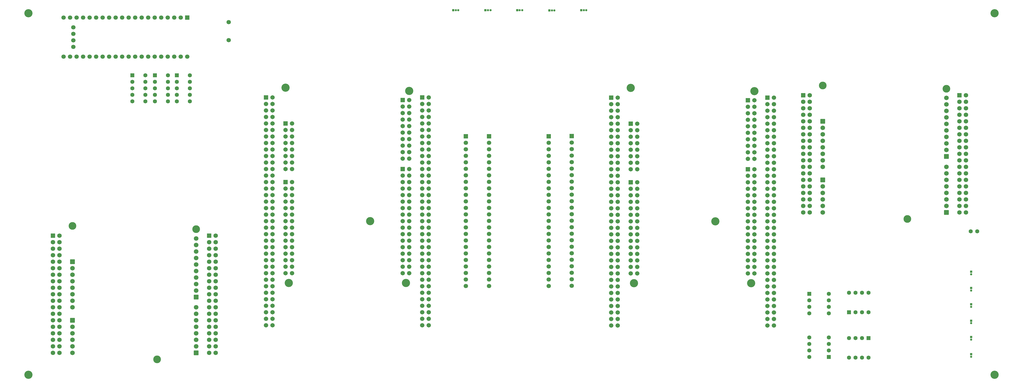
<source format=gbr>
%TF.GenerationSoftware,KiCad,Pcbnew,9.0.2+dfsg-1*%
%TF.CreationDate,2025-06-27T18:37:09-07:00*%
%TF.ProjectId,signalmesh,7369676e-616c-46d6-9573-682e6b696361,rev?*%
%TF.SameCoordinates,Original*%
%TF.FileFunction,Soldermask,Bot*%
%TF.FilePolarity,Negative*%
%FSLAX46Y46*%
G04 Gerber Fmt 4.6, Leading zero omitted, Abs format (unit mm)*
G04 Created by KiCad (PCBNEW 9.0.2+dfsg-1) date 2025-06-27 18:37:09*
%MOMM*%
%LPD*%
G01*
G04 APERTURE LIST*
G04 Aperture macros list*
%AMRoundRect*
0 Rectangle with rounded corners*
0 $1 Rounding radius*
0 $2 $3 $4 $5 $6 $7 $8 $9 X,Y pos of 4 corners*
0 Add a 4 corners polygon primitive as box body*
4,1,4,$2,$3,$4,$5,$6,$7,$8,$9,$2,$3,0*
0 Add four circle primitives for the rounded corners*
1,1,$1+$1,$2,$3*
1,1,$1+$1,$4,$5*
1,1,$1+$1,$6,$7*
1,1,$1+$1,$8,$9*
0 Add four rect primitives between the rounded corners*
20,1,$1+$1,$2,$3,$4,$5,0*
20,1,$1+$1,$4,$5,$6,$7,0*
20,1,$1+$1,$6,$7,$8,$9,0*
20,1,$1+$1,$8,$9,$2,$3,0*%
G04 Aperture macros list end*
%ADD10C,0.850000*%
%ADD11R,0.850000X0.850000*%
%ADD12C,1.600000*%
%ADD13RoundRect,0.250000X0.550000X-0.550000X0.550000X0.550000X-0.550000X0.550000X-0.550000X-0.550000X0*%
%ADD14C,3.200000*%
%ADD15C,1.700000*%
%ADD16C,1.712000*%
%ADD17RoundRect,0.102000X-0.754000X-0.754000X0.754000X-0.754000X0.754000X0.754000X-0.754000X0.754000X0*%
%ADD18RoundRect,0.250000X-0.550000X0.550000X-0.550000X-0.550000X0.550000X-0.550000X0.550000X0.550000X0*%
%ADD19C,1.734000*%
%ADD20RoundRect,0.102000X-0.765000X-0.765000X0.765000X-0.765000X0.765000X0.765000X-0.765000X0.765000X0*%
%ADD21C,1.809000*%
%ADD22RoundRect,0.102000X-0.802500X-0.802500X0.802500X-0.802500X0.802500X0.802500X-0.802500X0.802500X0*%
%ADD23C,3.000000*%
%ADD24R,1.700000X1.700000*%
%ADD25RoundRect,0.250000X-0.550000X-0.550000X0.550000X-0.550000X0.550000X0.550000X-0.550000X0.550000X0*%
%ADD26R,1.600000X1.600000*%
%ADD27RoundRect,0.250000X0.550000X0.550000X-0.550000X0.550000X-0.550000X-0.550000X0.550000X-0.550000X0*%
G04 APERTURE END LIST*
D10*
%TO.C,J7*%
X556825000Y-169555000D03*
D11*
X556825000Y-168555000D03*
%TD*%
D12*
%TO.C,U30*%
X509180000Y-164000000D03*
X511720000Y-164000000D03*
X514260000Y-164000000D03*
X516800000Y-164000000D03*
X516800000Y-171620000D03*
X514260000Y-171620000D03*
X511720000Y-171620000D03*
D13*
X509180000Y-171620000D03*
%TD*%
D10*
%TO.C,J5*%
X556825000Y-156805000D03*
D11*
X556825000Y-155805000D03*
%TD*%
D14*
%TO.C,H1*%
X189000000Y-196000000D03*
%TD*%
D15*
%TO.C,J19*%
X267100000Y-65500000D03*
X267100000Y-58500000D03*
%TD*%
D16*
%TO.C,U17*%
X479880000Y-176800000D03*
X477340000Y-176800000D03*
X479880000Y-174260000D03*
X477340000Y-174260000D03*
X479880000Y-171720000D03*
X477340000Y-171720000D03*
X479880000Y-169180000D03*
X477340000Y-169180000D03*
X479880000Y-166640000D03*
X477340000Y-166640000D03*
X479880000Y-164100000D03*
X477340000Y-164100000D03*
X479880000Y-161560000D03*
X477340000Y-161560000D03*
X479880000Y-159020000D03*
X477340000Y-159020000D03*
X479880000Y-156480000D03*
X477340000Y-156480000D03*
X479880000Y-153940000D03*
X477340000Y-153940000D03*
X479880000Y-151400000D03*
X477340000Y-151400000D03*
X479880000Y-148860000D03*
X477340000Y-148860000D03*
X479880000Y-146320000D03*
X477340000Y-146320000D03*
X479880000Y-143780000D03*
X477340000Y-143780000D03*
X479880000Y-141240000D03*
X477340000Y-141240000D03*
X479880000Y-138700000D03*
X477340000Y-138700000D03*
X479880000Y-136160000D03*
X477340000Y-136160000D03*
X479880000Y-133620000D03*
X477340000Y-133620000D03*
X479880000Y-131080000D03*
X477340000Y-131080000D03*
X479880000Y-128540000D03*
X477340000Y-128540000D03*
X479880000Y-126000000D03*
X477340000Y-126000000D03*
X479880000Y-123460000D03*
X477340000Y-123460000D03*
X479880000Y-120920000D03*
X477340000Y-120920000D03*
X479880000Y-118380000D03*
X477340000Y-118380000D03*
X479880000Y-115840000D03*
X477340000Y-115840000D03*
X479880000Y-113300000D03*
X477340000Y-113300000D03*
X479880000Y-110760000D03*
X477340000Y-110760000D03*
X479880000Y-108220000D03*
X477340000Y-108220000D03*
X479880000Y-105680000D03*
X477340000Y-105680000D03*
X479880000Y-103140000D03*
X477340000Y-103140000D03*
X479880000Y-100600000D03*
X477340000Y-100600000D03*
X479880000Y-98060000D03*
X477340000Y-98060000D03*
X479880000Y-95520000D03*
X477340000Y-95520000D03*
X479880000Y-92980000D03*
X477340000Y-92980000D03*
X479880000Y-90440000D03*
X477340000Y-90440000D03*
X479880000Y-87900000D03*
D17*
X477340000Y-87900000D03*
D16*
X418920000Y-176780000D03*
X416380000Y-176780000D03*
X418920000Y-174240000D03*
X416380000Y-174240000D03*
X418920000Y-171700000D03*
X416380000Y-171700000D03*
X418920000Y-169160000D03*
X416380000Y-169160000D03*
X418920000Y-166620000D03*
X416380000Y-166620000D03*
X418920000Y-164080000D03*
X416380000Y-164080000D03*
X418920000Y-161540000D03*
X416380000Y-161540000D03*
X418920000Y-159000000D03*
X416380000Y-159000000D03*
X418920000Y-156460000D03*
X416380000Y-156460000D03*
X418920000Y-153920000D03*
X416380000Y-153920000D03*
X418920000Y-151380000D03*
X416380000Y-151380000D03*
X418920000Y-148840000D03*
X416380000Y-148840000D03*
X418920000Y-146300000D03*
X416380000Y-146300000D03*
X418920000Y-143760000D03*
X416380000Y-143760000D03*
X418920000Y-141220000D03*
X416380000Y-141220000D03*
X418920000Y-138680000D03*
X416380000Y-138680000D03*
X418920000Y-136140000D03*
X416380000Y-136140000D03*
X418920000Y-133600000D03*
X416380000Y-133600000D03*
X418920000Y-131060000D03*
X416380000Y-131060000D03*
X418920000Y-128520000D03*
X416380000Y-128520000D03*
X418920000Y-125980000D03*
X416380000Y-125980000D03*
X418920000Y-123440000D03*
X416380000Y-123440000D03*
X418920000Y-120900000D03*
X416380000Y-120900000D03*
X418920000Y-118360000D03*
X416380000Y-118360000D03*
X418920000Y-115820000D03*
X416380000Y-115820000D03*
X418920000Y-113280000D03*
X416380000Y-113280000D03*
X418920000Y-110740000D03*
X416380000Y-110740000D03*
X418920000Y-108200000D03*
X416380000Y-108200000D03*
X418920000Y-105660000D03*
X416380000Y-105660000D03*
X418920000Y-103120000D03*
X416380000Y-103120000D03*
X418920000Y-100580000D03*
X416380000Y-100580000D03*
X418920000Y-98040000D03*
X416380000Y-98040000D03*
X418920000Y-95500000D03*
X416380000Y-95500000D03*
X418920000Y-92960000D03*
X416380000Y-92960000D03*
X418920000Y-90420000D03*
X416380000Y-90420000D03*
X418920000Y-87880000D03*
D17*
X416380000Y-87880000D03*
D16*
X472260000Y-156460000D03*
X469720000Y-156460000D03*
X472260000Y-153920000D03*
X469720000Y-153920000D03*
X472260000Y-151380000D03*
X469720000Y-151380000D03*
X472260000Y-148840000D03*
X469720000Y-148840000D03*
X472260000Y-146300000D03*
X469720000Y-146300000D03*
X472260000Y-143760000D03*
X469720000Y-143760000D03*
X472260000Y-141220000D03*
X469720000Y-141220000D03*
X472260000Y-138680000D03*
X469720000Y-138680000D03*
X472260000Y-136140000D03*
X469720000Y-136140000D03*
X472260000Y-133600000D03*
X469720000Y-133600000D03*
X472260000Y-131060000D03*
X469720000Y-131060000D03*
X472260000Y-128520000D03*
X469720000Y-128520000D03*
X472260000Y-125980000D03*
X469720000Y-125980000D03*
X472260000Y-123440000D03*
X469720000Y-123440000D03*
X472260000Y-120900000D03*
X469720000Y-120900000D03*
X472260000Y-118360000D03*
X469720000Y-118360000D03*
X472260000Y-115820000D03*
D17*
X469720000Y-115820000D03*
D16*
X426540000Y-156460000D03*
X424000000Y-156460000D03*
X426540000Y-153920000D03*
X424000000Y-153920000D03*
X426540000Y-151380000D03*
X424000000Y-151380000D03*
X426540000Y-148840000D03*
X424000000Y-148840000D03*
X426540000Y-146300000D03*
X424000000Y-146300000D03*
X426540000Y-143760000D03*
X424000000Y-143760000D03*
X426540000Y-141220000D03*
X424000000Y-141220000D03*
X426540000Y-138680000D03*
X424000000Y-138680000D03*
X426540000Y-136140000D03*
X424000000Y-136140000D03*
X426540000Y-133600000D03*
X424000000Y-133600000D03*
X426540000Y-131060000D03*
X424000000Y-131060000D03*
X426540000Y-128520000D03*
X424000000Y-128520000D03*
X426540000Y-125980000D03*
X424000000Y-125980000D03*
X426540000Y-123440000D03*
X424000000Y-123440000D03*
X426540000Y-120900000D03*
D17*
X424000000Y-120900000D03*
D16*
X426540000Y-115820000D03*
X424000000Y-115820000D03*
X426540000Y-113280000D03*
X424000000Y-113280000D03*
X426540000Y-110740000D03*
X424000000Y-110740000D03*
X426540000Y-108200000D03*
X424000000Y-108200000D03*
X426540000Y-105660000D03*
X424000000Y-105660000D03*
X426540000Y-103120000D03*
X424000000Y-103120000D03*
X426540000Y-100580000D03*
X424000000Y-100580000D03*
X426540000Y-98040000D03*
D17*
X424000000Y-98040000D03*
D16*
X472260000Y-111756000D03*
X469720000Y-111756000D03*
X472260000Y-109216000D03*
X469720000Y-109216000D03*
X472260000Y-106676000D03*
X469720000Y-106676000D03*
X472260000Y-104136000D03*
X469720000Y-104136000D03*
X472260000Y-101596000D03*
X469720000Y-101596000D03*
X472260000Y-99056000D03*
X469720000Y-99056000D03*
X472260000Y-96516000D03*
X469720000Y-96516000D03*
X472260000Y-93976000D03*
X469720000Y-93976000D03*
X472260000Y-91436000D03*
X469720000Y-91436000D03*
X472260000Y-88896000D03*
D17*
X469720000Y-88896000D03*
D14*
X472260000Y-85340000D03*
X470990000Y-160270000D03*
X457020000Y-136140000D03*
X425270000Y-160270000D03*
X424000000Y-84070000D03*
%TD*%
D12*
%TO.C,U31*%
X516800000Y-189320000D03*
X514260000Y-189320000D03*
X511720000Y-189320000D03*
X509180000Y-189320000D03*
X509180000Y-181700000D03*
X511720000Y-181700000D03*
X514260000Y-181700000D03*
D18*
X516800000Y-181700000D03*
%TD*%
D10*
%TO.C,J13*%
X356750000Y-53800000D03*
X355750000Y-53800000D03*
D11*
X354750000Y-53800000D03*
%TD*%
D19*
%TO.C,U3*%
X262080000Y-187530000D03*
X259540000Y-187530000D03*
X262080000Y-184990000D03*
X259540000Y-184990000D03*
X262080000Y-182450000D03*
X259540000Y-182450000D03*
X262080000Y-179910000D03*
X259540000Y-179910000D03*
X262080000Y-177370000D03*
X259540000Y-177370000D03*
X262080000Y-174830000D03*
X259540000Y-174830000D03*
X262080000Y-172290000D03*
X259540000Y-172290000D03*
X262080000Y-169750000D03*
X259540000Y-169750000D03*
X262080000Y-167210000D03*
X259540000Y-167210000D03*
X262080000Y-164670000D03*
X259540000Y-164670000D03*
X262080000Y-162130000D03*
X259540000Y-162130000D03*
X262080000Y-159590000D03*
X259540000Y-159590000D03*
X262080000Y-157050000D03*
X259540000Y-157050000D03*
X262080000Y-154510000D03*
X259540000Y-154510000D03*
X262080000Y-151970000D03*
X259540000Y-151970000D03*
X262080000Y-149430000D03*
X259540000Y-149430000D03*
X262080000Y-146890000D03*
X259540000Y-146890000D03*
X262080000Y-144350000D03*
X259540000Y-144350000D03*
X262080000Y-141810000D03*
D20*
X259540000Y-141810000D03*
D21*
X254460000Y-169750000D03*
X254460000Y-172290000D03*
X254460000Y-174830000D03*
X254460000Y-177370000D03*
X254460000Y-179910000D03*
X254460000Y-182450000D03*
X254460000Y-184990000D03*
D22*
X254460000Y-187530000D03*
D21*
X206200000Y-187530000D03*
X206200000Y-184990000D03*
X206200000Y-182450000D03*
X206200000Y-179910000D03*
X206200000Y-177370000D03*
D22*
X206200000Y-174830000D03*
D19*
X201120000Y-187530000D03*
X198580000Y-187530000D03*
X201120000Y-184990000D03*
X198580000Y-184990000D03*
X201120000Y-182450000D03*
X198580000Y-182450000D03*
X201120000Y-179910000D03*
X198580000Y-179910000D03*
X201120000Y-177370000D03*
X198580000Y-177370000D03*
X201120000Y-174830000D03*
X198580000Y-174830000D03*
X201120000Y-172290000D03*
X198580000Y-172290000D03*
X201120000Y-169750000D03*
X198580000Y-169750000D03*
X201120000Y-167210000D03*
X198580000Y-167210000D03*
X201120000Y-164670000D03*
X198580000Y-164670000D03*
X201120000Y-162130000D03*
X198580000Y-162130000D03*
X201120000Y-159590000D03*
X198580000Y-159590000D03*
X201120000Y-157050000D03*
X198580000Y-157050000D03*
X201120000Y-154510000D03*
X198580000Y-154510000D03*
X201120000Y-151970000D03*
X198580000Y-151970000D03*
X201120000Y-149430000D03*
X198580000Y-149430000D03*
X201120000Y-146890000D03*
X198580000Y-146890000D03*
X201120000Y-144350000D03*
X198580000Y-144350000D03*
X201120000Y-141810000D03*
D20*
X198580000Y-141810000D03*
D21*
X206200000Y-169750000D03*
X206200000Y-167210000D03*
X206200000Y-164670000D03*
X206200000Y-162130000D03*
X206200000Y-159590000D03*
X206200000Y-157050000D03*
X206200000Y-154510000D03*
D22*
X206200000Y-151970000D03*
D21*
X254460000Y-142830000D03*
X254460000Y-145370000D03*
X254460000Y-147910000D03*
X254460000Y-150450000D03*
X254460000Y-152990000D03*
X254460000Y-155530000D03*
X254460000Y-158070000D03*
X254460000Y-160610000D03*
X254460000Y-163150000D03*
D22*
X254460000Y-165690000D03*
D23*
X254460000Y-139270000D03*
X239220000Y-190070000D03*
X206200000Y-138000000D03*
%TD*%
D10*
%TO.C,J12*%
X381700000Y-53800000D03*
X380700000Y-53800000D03*
D11*
X379700000Y-53800000D03*
%TD*%
D15*
%TO.C,U4*%
X206551000Y-60472000D03*
X206551000Y-63012000D03*
X206551000Y-65552000D03*
X206551000Y-68092000D03*
X251000000Y-71900000D03*
X248460000Y-71900000D03*
X245920000Y-71900000D03*
X243380000Y-71900000D03*
X240840000Y-71900000D03*
X238300000Y-71900000D03*
X235760000Y-71900000D03*
X233220000Y-71900000D03*
X230680000Y-71900000D03*
X228140000Y-71900000D03*
X225600000Y-71900000D03*
X223060000Y-71900000D03*
X220520000Y-71900000D03*
X217980000Y-71900000D03*
X215440000Y-71900000D03*
X212900000Y-71900000D03*
X210360000Y-71900000D03*
X207820000Y-71900000D03*
X205280000Y-71900000D03*
X202740000Y-71900000D03*
X202740000Y-56660000D03*
X205280000Y-56660000D03*
X207820000Y-56660000D03*
X210360000Y-56660000D03*
X212900000Y-56660000D03*
X215440000Y-56660000D03*
X217980000Y-56660000D03*
X220520000Y-56660000D03*
X223060000Y-56660000D03*
X225600000Y-56660000D03*
X228140000Y-56660000D03*
X230680000Y-56660000D03*
X233220000Y-56660000D03*
X235760000Y-56660000D03*
X238300000Y-56660000D03*
X240840000Y-56660000D03*
X243380000Y-56660000D03*
X245920000Y-56660000D03*
X248460000Y-56660000D03*
D24*
X251000000Y-56660000D03*
%TD*%
D10*
%TO.C,J10*%
X556825000Y-175930000D03*
D11*
X556825000Y-174930000D03*
%TD*%
D14*
%TO.C,H6*%
X566000000Y-196000000D03*
%TD*%
D10*
%TO.C,J6*%
X556825000Y-163180000D03*
D11*
X556825000Y-162180000D03*
%TD*%
D10*
%TO.C,J16*%
X394250000Y-53875000D03*
X393250000Y-53875000D03*
D11*
X392250000Y-53875000D03*
%TD*%
D10*
%TO.C,J11*%
X556825000Y-182305000D03*
D11*
X556825000Y-181305000D03*
%TD*%
D10*
%TO.C,J14*%
X369300000Y-53800000D03*
X368300000Y-53800000D03*
D11*
X367300000Y-53800000D03*
%TD*%
D19*
%TO.C,U9*%
X554860000Y-132720000D03*
X552320000Y-132720000D03*
X554860000Y-130180000D03*
X552320000Y-130180000D03*
X554860000Y-127640000D03*
X552320000Y-127640000D03*
X554860000Y-125100000D03*
X552320000Y-125100000D03*
X554860000Y-122560000D03*
X552320000Y-122560000D03*
X554860000Y-120020000D03*
X552320000Y-120020000D03*
X554860000Y-117480000D03*
X552320000Y-117480000D03*
X554860000Y-114940000D03*
X552320000Y-114940000D03*
X554860000Y-112400000D03*
X552320000Y-112400000D03*
X554860000Y-109860000D03*
X552320000Y-109860000D03*
X554860000Y-107320000D03*
X552320000Y-107320000D03*
X554860000Y-104780000D03*
X552320000Y-104780000D03*
X554860000Y-102240000D03*
X552320000Y-102240000D03*
X554860000Y-99700000D03*
X552320000Y-99700000D03*
X554860000Y-97160000D03*
X552320000Y-97160000D03*
X554860000Y-94620000D03*
X552320000Y-94620000D03*
X554860000Y-92080000D03*
X552320000Y-92080000D03*
X554860000Y-89540000D03*
X552320000Y-89540000D03*
X554860000Y-87000000D03*
D20*
X552320000Y-87000000D03*
D21*
X547240000Y-114940000D03*
X547240000Y-117480000D03*
X547240000Y-120020000D03*
X547240000Y-122560000D03*
X547240000Y-125100000D03*
X547240000Y-127640000D03*
X547240000Y-130180000D03*
D22*
X547240000Y-132720000D03*
D21*
X498980000Y-132720000D03*
X498980000Y-130180000D03*
X498980000Y-127640000D03*
X498980000Y-125100000D03*
X498980000Y-122560000D03*
D22*
X498980000Y-120020000D03*
D19*
X493900000Y-132720000D03*
X491360000Y-132720000D03*
X493900000Y-130180000D03*
X491360000Y-130180000D03*
X493900000Y-127640000D03*
X491360000Y-127640000D03*
X493900000Y-125100000D03*
X491360000Y-125100000D03*
X493900000Y-122560000D03*
X491360000Y-122560000D03*
X493900000Y-120020000D03*
X491360000Y-120020000D03*
X493900000Y-117480000D03*
X491360000Y-117480000D03*
X493900000Y-114940000D03*
X491360000Y-114940000D03*
X493900000Y-112400000D03*
X491360000Y-112400000D03*
X493900000Y-109860000D03*
X491360000Y-109860000D03*
X493900000Y-107320000D03*
X491360000Y-107320000D03*
X493900000Y-104780000D03*
X491360000Y-104780000D03*
X493900000Y-102240000D03*
X491360000Y-102240000D03*
X493900000Y-99700000D03*
X491360000Y-99700000D03*
X493900000Y-97160000D03*
X491360000Y-97160000D03*
X493900000Y-94620000D03*
X491360000Y-94620000D03*
X493900000Y-92080000D03*
X491360000Y-92080000D03*
X493900000Y-89540000D03*
X491360000Y-89540000D03*
X493900000Y-87000000D03*
D20*
X491360000Y-87000000D03*
D21*
X498980000Y-114940000D03*
X498980000Y-112400000D03*
X498980000Y-109860000D03*
X498980000Y-107320000D03*
X498980000Y-104780000D03*
X498980000Y-102240000D03*
X498980000Y-99700000D03*
D22*
X498980000Y-97160000D03*
D21*
X547240000Y-88020000D03*
X547240000Y-90560000D03*
X547240000Y-93100000D03*
X547240000Y-95640000D03*
X547240000Y-98180000D03*
X547240000Y-100720000D03*
X547240000Y-103260000D03*
X547240000Y-105800000D03*
X547240000Y-108340000D03*
D22*
X547240000Y-110880000D03*
D23*
X547240000Y-84460000D03*
X532000000Y-135260000D03*
X498980000Y-83190000D03*
%TD*%
D15*
%TO.C,J2*%
X392010000Y-161400000D03*
X392010000Y-158860000D03*
X392010000Y-156320000D03*
X392010000Y-153780000D03*
X392010000Y-151240000D03*
X392010000Y-148700000D03*
X392010000Y-146160000D03*
X392010000Y-143620000D03*
X392010000Y-141080000D03*
X392010000Y-138540000D03*
X392010000Y-136000000D03*
X392010000Y-133460000D03*
X392010000Y-130920000D03*
X392010000Y-128380000D03*
X392010000Y-125840000D03*
X392010000Y-123300000D03*
X392010000Y-120760000D03*
X392010000Y-118220000D03*
X392010000Y-115680000D03*
X392010000Y-113140000D03*
X392010000Y-110600000D03*
X392010000Y-108060000D03*
X392010000Y-105520000D03*
D24*
X392010000Y-102980000D03*
%TD*%
D12*
%TO.C,U29*%
X501310000Y-164420000D03*
X501310000Y-166960000D03*
X501310000Y-169500000D03*
X501310000Y-172040000D03*
X493690000Y-172040000D03*
X493690000Y-169500000D03*
X493690000Y-166960000D03*
D25*
X493690000Y-164420000D03*
%TD*%
D15*
%TO.C,J8*%
X359700000Y-161400000D03*
X359700000Y-158860000D03*
X359700000Y-156320000D03*
X359700000Y-153780000D03*
X359700000Y-151240000D03*
X359700000Y-148700000D03*
X359700000Y-146160000D03*
X359700000Y-143620000D03*
X359700000Y-141080000D03*
X359700000Y-138540000D03*
X359700000Y-136000000D03*
X359700000Y-133460000D03*
X359700000Y-130920000D03*
X359700000Y-128380000D03*
X359700000Y-125840000D03*
X359700000Y-123300000D03*
X359700000Y-120760000D03*
X359700000Y-118220000D03*
X359700000Y-115680000D03*
X359700000Y-113140000D03*
X359700000Y-110600000D03*
X359700000Y-108060000D03*
X359700000Y-105520000D03*
D24*
X359700000Y-102980000D03*
%TD*%
D15*
%TO.C,J1*%
X368700000Y-161400000D03*
X368700000Y-158860000D03*
X368700000Y-156320000D03*
X368700000Y-153780000D03*
X368700000Y-151240000D03*
X368700000Y-148700000D03*
X368700000Y-146160000D03*
X368700000Y-143620000D03*
X368700000Y-141080000D03*
X368700000Y-138540000D03*
X368700000Y-136000000D03*
X368700000Y-133460000D03*
X368700000Y-130920000D03*
X368700000Y-128380000D03*
X368700000Y-125840000D03*
X368700000Y-123300000D03*
X368700000Y-120760000D03*
X368700000Y-118220000D03*
X368700000Y-115680000D03*
X368700000Y-113140000D03*
X368700000Y-110600000D03*
X368700000Y-108060000D03*
X368700000Y-105520000D03*
D24*
X368700000Y-102980000D03*
%TD*%
D12*
%TO.C,U2*%
X243400000Y-79240000D03*
X243400000Y-81780000D03*
X243400000Y-84320000D03*
X243400000Y-86860000D03*
X243400000Y-89400000D03*
X238320000Y-89400000D03*
X238320000Y-86860000D03*
X238320000Y-84320000D03*
X238320000Y-81780000D03*
D26*
X238320000Y-79240000D03*
%TD*%
D12*
%TO.C,TH1*%
X559200000Y-140100000D03*
X556660000Y-140100000D03*
%TD*%
D15*
%TO.C,J9*%
X401010000Y-161360000D03*
X401010000Y-158820000D03*
X401010000Y-156280000D03*
X401010000Y-153740000D03*
X401010000Y-151200000D03*
X401010000Y-148660000D03*
X401010000Y-146120000D03*
X401010000Y-143580000D03*
X401010000Y-141040000D03*
X401010000Y-138500000D03*
X401010000Y-135960000D03*
X401010000Y-133420000D03*
X401010000Y-130880000D03*
X401010000Y-128340000D03*
X401010000Y-125800000D03*
X401010000Y-123260000D03*
X401010000Y-120720000D03*
X401010000Y-118180000D03*
X401010000Y-115640000D03*
X401010000Y-113100000D03*
X401010000Y-110560000D03*
X401010000Y-108020000D03*
X401010000Y-105480000D03*
D24*
X401010000Y-102940000D03*
%TD*%
D16*
%TO.C,U1*%
X345160000Y-176730000D03*
X342620000Y-176730000D03*
X345160000Y-174190000D03*
X342620000Y-174190000D03*
X345160000Y-171650000D03*
X342620000Y-171650000D03*
X345160000Y-169110000D03*
X342620000Y-169110000D03*
X345160000Y-166570000D03*
X342620000Y-166570000D03*
X345160000Y-164030000D03*
X342620000Y-164030000D03*
X345160000Y-161490000D03*
X342620000Y-161490000D03*
X345160000Y-158950000D03*
X342620000Y-158950000D03*
X345160000Y-156410000D03*
X342620000Y-156410000D03*
X345160000Y-153870000D03*
X342620000Y-153870000D03*
X345160000Y-151330000D03*
X342620000Y-151330000D03*
X345160000Y-148790000D03*
X342620000Y-148790000D03*
X345160000Y-146250000D03*
X342620000Y-146250000D03*
X345160000Y-143710000D03*
X342620000Y-143710000D03*
X345160000Y-141170000D03*
X342620000Y-141170000D03*
X345160000Y-138630000D03*
X342620000Y-138630000D03*
X345160000Y-136090000D03*
X342620000Y-136090000D03*
X345160000Y-133550000D03*
X342620000Y-133550000D03*
X345160000Y-131010000D03*
X342620000Y-131010000D03*
X345160000Y-128470000D03*
X342620000Y-128470000D03*
X345160000Y-125930000D03*
X342620000Y-125930000D03*
X345160000Y-123390000D03*
X342620000Y-123390000D03*
X345160000Y-120850000D03*
X342620000Y-120850000D03*
X345160000Y-118310000D03*
X342620000Y-118310000D03*
X345160000Y-115770000D03*
X342620000Y-115770000D03*
X345160000Y-113230000D03*
X342620000Y-113230000D03*
X345160000Y-110690000D03*
X342620000Y-110690000D03*
X345160000Y-108150000D03*
X342620000Y-108150000D03*
X345160000Y-105610000D03*
X342620000Y-105610000D03*
X345160000Y-103070000D03*
X342620000Y-103070000D03*
X345160000Y-100530000D03*
X342620000Y-100530000D03*
X345160000Y-97990000D03*
X342620000Y-97990000D03*
X345160000Y-95450000D03*
X342620000Y-95450000D03*
X345160000Y-92910000D03*
X342620000Y-92910000D03*
X345160000Y-90370000D03*
X342620000Y-90370000D03*
X345160000Y-87830000D03*
D17*
X342620000Y-87830000D03*
D16*
X284200000Y-176710000D03*
X281660000Y-176710000D03*
X284200000Y-174170000D03*
X281660000Y-174170000D03*
X284200000Y-171630000D03*
X281660000Y-171630000D03*
X284200000Y-169090000D03*
X281660000Y-169090000D03*
X284200000Y-166550000D03*
X281660000Y-166550000D03*
X284200000Y-164010000D03*
X281660000Y-164010000D03*
X284200000Y-161470000D03*
X281660000Y-161470000D03*
X284200000Y-158930000D03*
X281660000Y-158930000D03*
X284200000Y-156390000D03*
X281660000Y-156390000D03*
X284200000Y-153850000D03*
X281660000Y-153850000D03*
X284200000Y-151310000D03*
X281660000Y-151310000D03*
X284200000Y-148770000D03*
X281660000Y-148770000D03*
X284200000Y-146230000D03*
X281660000Y-146230000D03*
X284200000Y-143690000D03*
X281660000Y-143690000D03*
X284200000Y-141150000D03*
X281660000Y-141150000D03*
X284200000Y-138610000D03*
X281660000Y-138610000D03*
X284200000Y-136070000D03*
X281660000Y-136070000D03*
X284200000Y-133530000D03*
X281660000Y-133530000D03*
X284200000Y-130990000D03*
X281660000Y-130990000D03*
X284200000Y-128450000D03*
X281660000Y-128450000D03*
X284200000Y-125910000D03*
X281660000Y-125910000D03*
X284200000Y-123370000D03*
X281660000Y-123370000D03*
X284200000Y-120830000D03*
X281660000Y-120830000D03*
X284200000Y-118290000D03*
X281660000Y-118290000D03*
X284200000Y-115750000D03*
X281660000Y-115750000D03*
X284200000Y-113210000D03*
X281660000Y-113210000D03*
X284200000Y-110670000D03*
X281660000Y-110670000D03*
X284200000Y-108130000D03*
X281660000Y-108130000D03*
X284200000Y-105590000D03*
X281660000Y-105590000D03*
X284200000Y-103050000D03*
X281660000Y-103050000D03*
X284200000Y-100510000D03*
X281660000Y-100510000D03*
X284200000Y-97970000D03*
X281660000Y-97970000D03*
X284200000Y-95430000D03*
X281660000Y-95430000D03*
X284200000Y-92890000D03*
X281660000Y-92890000D03*
X284200000Y-90350000D03*
X281660000Y-90350000D03*
X284200000Y-87810000D03*
D17*
X281660000Y-87810000D03*
D16*
X337540000Y-156390000D03*
X335000000Y-156390000D03*
X337540000Y-153850000D03*
X335000000Y-153850000D03*
X337540000Y-151310000D03*
X335000000Y-151310000D03*
X337540000Y-148770000D03*
X335000000Y-148770000D03*
X337540000Y-146230000D03*
X335000000Y-146230000D03*
X337540000Y-143690000D03*
X335000000Y-143690000D03*
X337540000Y-141150000D03*
X335000000Y-141150000D03*
X337540000Y-138610000D03*
X335000000Y-138610000D03*
X337540000Y-136070000D03*
X335000000Y-136070000D03*
X337540000Y-133530000D03*
X335000000Y-133530000D03*
X337540000Y-130990000D03*
X335000000Y-130990000D03*
X337540000Y-128450000D03*
X335000000Y-128450000D03*
X337540000Y-125910000D03*
X335000000Y-125910000D03*
X337540000Y-123370000D03*
X335000000Y-123370000D03*
X337540000Y-120830000D03*
X335000000Y-120830000D03*
X337540000Y-118290000D03*
X335000000Y-118290000D03*
X337540000Y-115750000D03*
D17*
X335000000Y-115750000D03*
D16*
X291820000Y-156390000D03*
X289280000Y-156390000D03*
X291820000Y-153850000D03*
X289280000Y-153850000D03*
X291820000Y-151310000D03*
X289280000Y-151310000D03*
X291820000Y-148770000D03*
X289280000Y-148770000D03*
X291820000Y-146230000D03*
X289280000Y-146230000D03*
X291820000Y-143690000D03*
X289280000Y-143690000D03*
X291820000Y-141150000D03*
X289280000Y-141150000D03*
X291820000Y-138610000D03*
X289280000Y-138610000D03*
X291820000Y-136070000D03*
X289280000Y-136070000D03*
X291820000Y-133530000D03*
X289280000Y-133530000D03*
X291820000Y-130990000D03*
X289280000Y-130990000D03*
X291820000Y-128450000D03*
X289280000Y-128450000D03*
X291820000Y-125910000D03*
X289280000Y-125910000D03*
X291820000Y-123370000D03*
X289280000Y-123370000D03*
X291820000Y-120830000D03*
D17*
X289280000Y-120830000D03*
D16*
X291820000Y-115750000D03*
X289280000Y-115750000D03*
X291820000Y-113210000D03*
X289280000Y-113210000D03*
X291820000Y-110670000D03*
X289280000Y-110670000D03*
X291820000Y-108130000D03*
X289280000Y-108130000D03*
X291820000Y-105590000D03*
X289280000Y-105590000D03*
X291820000Y-103050000D03*
X289280000Y-103050000D03*
X291820000Y-100510000D03*
X289280000Y-100510000D03*
X291820000Y-97970000D03*
D17*
X289280000Y-97970000D03*
D16*
X337540000Y-111686000D03*
X335000000Y-111686000D03*
X337540000Y-109146000D03*
X335000000Y-109146000D03*
X337540000Y-106606000D03*
X335000000Y-106606000D03*
X337540000Y-104066000D03*
X335000000Y-104066000D03*
X337540000Y-101526000D03*
X335000000Y-101526000D03*
X337540000Y-98986000D03*
X335000000Y-98986000D03*
X337540000Y-96446000D03*
X335000000Y-96446000D03*
X337540000Y-93906000D03*
X335000000Y-93906000D03*
X337540000Y-91366000D03*
X335000000Y-91366000D03*
X337540000Y-88826000D03*
D17*
X335000000Y-88826000D03*
D14*
X337540000Y-85270000D03*
X336270000Y-160200000D03*
X322300000Y-136070000D03*
X290550000Y-160200000D03*
X289280000Y-84000000D03*
%TD*%
D10*
%TO.C,J4*%
X406700000Y-53800000D03*
X405700000Y-53800000D03*
D11*
X404700000Y-53800000D03*
%TD*%
D12*
%TO.C,U19*%
X234620000Y-79240000D03*
X234620000Y-81780000D03*
X234620000Y-84320000D03*
X234620000Y-86860000D03*
X234620000Y-89400000D03*
X229540000Y-89400000D03*
X229540000Y-86860000D03*
X229540000Y-84320000D03*
X229540000Y-81780000D03*
D26*
X229540000Y-79240000D03*
%TD*%
D14*
%TO.C,H2*%
X189000000Y-55000000D03*
%TD*%
D12*
%TO.C,U27*%
X493680000Y-189120000D03*
X493680000Y-186580000D03*
X493680000Y-184040000D03*
X493680000Y-181500000D03*
X501300000Y-181500000D03*
X501300000Y-184040000D03*
X501300000Y-186580000D03*
D27*
X501300000Y-189120000D03*
%TD*%
D12*
%TO.C,U18*%
X252000000Y-79240000D03*
X252000000Y-81780000D03*
X252000000Y-84320000D03*
X252000000Y-86860000D03*
X252000000Y-89400000D03*
X246920000Y-89400000D03*
X246920000Y-86860000D03*
X246920000Y-84320000D03*
X246920000Y-81780000D03*
D26*
X246920000Y-79240000D03*
%TD*%
D10*
%TO.C,J15*%
X556825000Y-189000000D03*
D11*
X556825000Y-188000000D03*
%TD*%
D14*
%TO.C,H5*%
X566000000Y-55000000D03*
%TD*%
M02*

</source>
